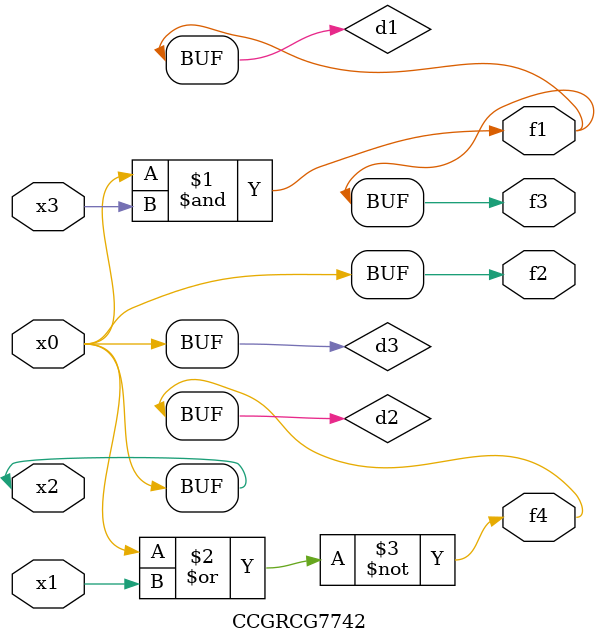
<source format=v>
module CCGRCG7742(
	input x0, x1, x2, x3,
	output f1, f2, f3, f4
);

	wire d1, d2, d3;

	and (d1, x2, x3);
	nor (d2, x0, x1);
	buf (d3, x0, x2);
	assign f1 = d1;
	assign f2 = d3;
	assign f3 = d1;
	assign f4 = d2;
endmodule

</source>
